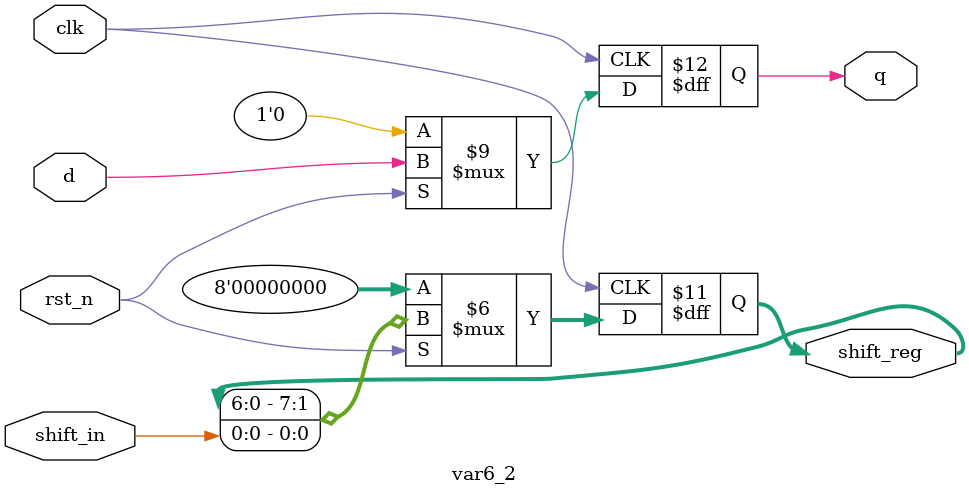
<source format=v>
`timescale 1ns / 1ps
module var6_2(
    input wire clk,
    input wire rst_n,
    input wire d,
    input wire shift_in,
    output reg q,
    output reg [7:0] shift_reg
);
    always @(posedge clk) begin
        if (!rst_n)
            q <= 1'b0;
        else
            q <= d;
    end
    always @(posedge clk) begin
        if (!rst_n)
            shift_reg <= 8'b0;
        else
            shift_reg <= {shift_reg[6:0], shift_in};
    end
endmodule

</source>
